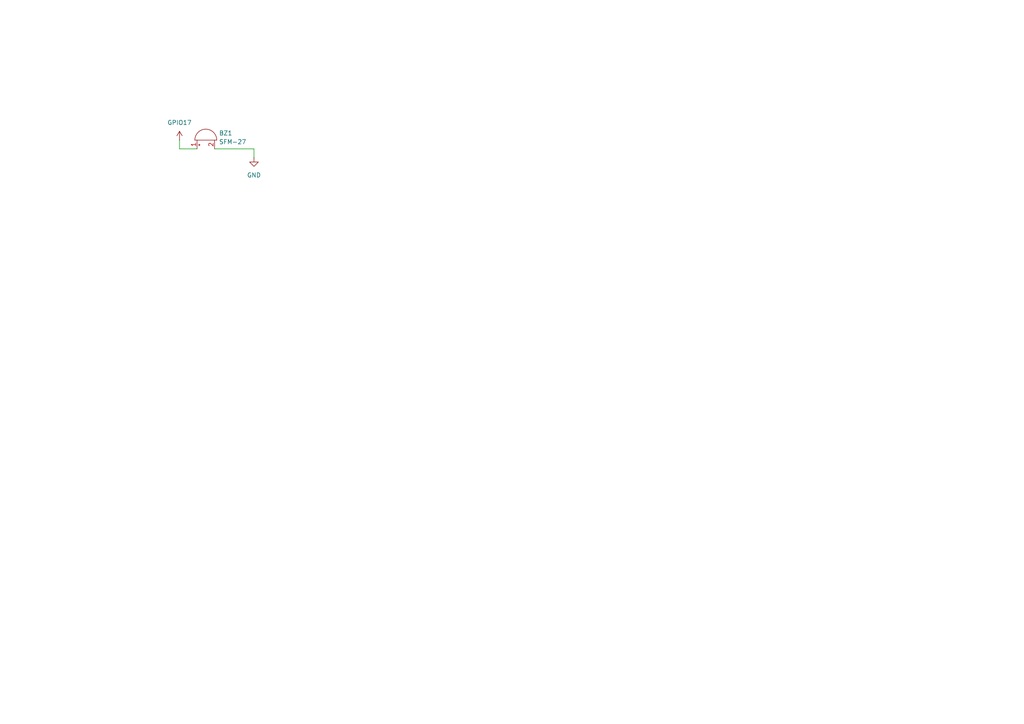
<source format=kicad_sch>
(kicad_sch (version 20231120) (generator "eeschema") (generator_version "8.0")
  (paper "A4")
  (lib_symbols
    (symbol "Device:Buzzer" (pin_names (offset 0.0254) hide)
      (property "Reference" "BZ" (at 3.81 1.27 0))
      (property "Value" "Buzzer" (at 3.81 -1.27 0))
      (symbol "Buzzer_0_1"
        (arc (start 0 -3.175) (mid 3.1612 0) (end 0 3.175))
        (polyline (pts (xy -1.651 1.905) (xy -1.143 1.905)))
        (polyline (pts (xy -1.397 2.159) (xy -1.397 1.651)))
        (polyline (pts (xy 0 3.175) (xy 0 -3.175)))
      )
      (symbol "Buzzer_1_1"
        (pin passive line (at -2.54 2.54 0) (length 2.54) (name "+") (number "1"))
        (pin passive line (at -2.54 -2.54 0) (length 2.54) (name "-") (number "2"))
      )
    )
    (symbol "power:GND" (power) (pin_numbers hide) (pin_names (offset 0) hide)
      (property "Value" "GND" (at 0 -3.81 0))
      (symbol "GND_0_1"
        (polyline (pts (xy 0 0) (xy 0 -1.27) (xy 1.27 -1.27) (xy 0 -2.54) (xy -1.27 -1.27) (xy 0 -1.27)))
      )
      (symbol "GND_1_1"
        (pin power_in line (at 0 0 270) (length 0) (name "~") (number "1"))
      )
    )
    (symbol "power:VCC" (power) (pin_numbers hide) (pin_names (offset 0) hide)
      (property "Value" "VCC" (at 0 3.556 0))
      (symbol "VCC_0_1"
        (polyline (pts (xy -0.762 1.27) (xy 0 2.54)))
        (polyline (pts (xy 0 0) (xy 0 2.54)))
        (polyline (pts (xy 0 2.54) (xy 0.762 1.27)))
      )
      (symbol "VCC_1_1"
        (pin power_in line (at 0 0 90) (length 0) (name "~") (number "1"))
      )
    )
  )
  (wire (pts (xy 73.66 43.18) (xy 73.66 45.72)))
  (wire (pts (xy 52.07 43.18) (xy 57.15 43.18)))
  (wire (pts (xy 52.07 43.18) (xy 52.07 40.64)))
  (wire (pts (xy 62.23 43.18) (xy 73.66 43.18)))
  (symbol (lib_id "Device:Buzzer") (at 59.69 40.64 90) (unit 1)
    (property "Reference" "BZ1" (at 63.5 38.6148 90) (effects (justify right)))
    (property "Value" "SFM-27" (at 63.5 41.1548 90) (effects (justify right)))
    (property "Description" "Buzzer, polarized" (effects (hide yes)))
  )
  (symbol (lib_id "power:GND") (at 73.66 45.72 0) (unit 1)
    (property "Reference" "#PWR02" (effects (hide yes)))
    (property "Value" "GND" (at 73.66 50.8 0))
    (property "Description" "Power symbol creates a global label with name \"GND\" , ground" (effects (hide yes)))
  )
  (symbol (lib_id "power:VCC") (at 52.07 40.64 0) (unit 1)
    (property "Reference" "#PWR01" (effects (hide yes)))
    (property "Value" "GPIO17" (at 52.07 35.56 0))
    (property "Description" "Power symbol creates a global label with name \"VCC\"" (effects (hide yes)))
  )
)
</source>
